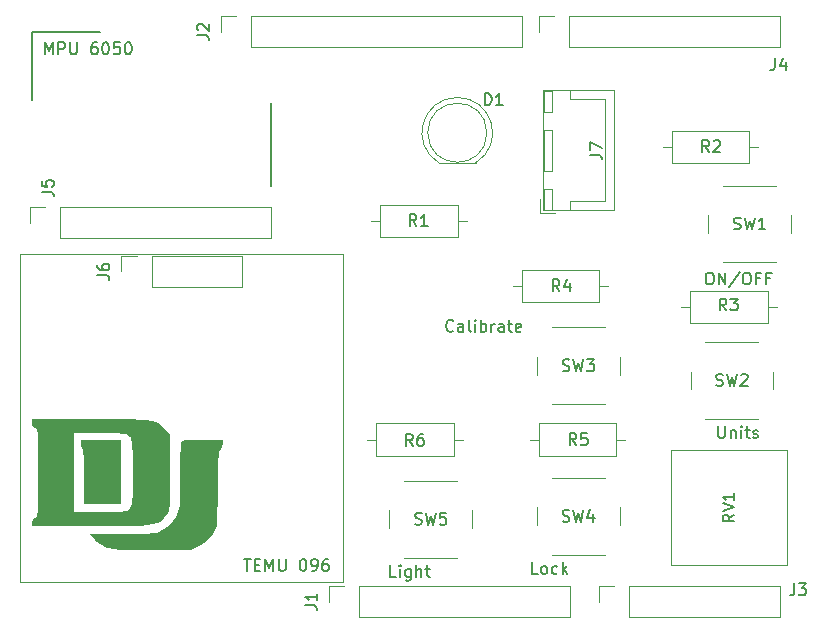
<source format=gbr>
%TF.GenerationSoftware,KiCad,Pcbnew,8.0.8*%
%TF.CreationDate,2025-02-03T18:15:26-07:00*%
%TF.ProjectId,Uno_Shield_ThermoPro,556e6f5f-5368-4696-956c-645f54686572,1.0*%
%TF.SameCoordinates,Original*%
%TF.FileFunction,Legend,Top*%
%TF.FilePolarity,Positive*%
%FSLAX46Y46*%
G04 Gerber Fmt 4.6, Leading zero omitted, Abs format (unit mm)*
G04 Created by KiCad (PCBNEW 8.0.8) date 2025-02-03 18:15:26*
%MOMM*%
%LPD*%
G01*
G04 APERTURE LIST*
%ADD10C,0.150000*%
%ADD11C,0.100000*%
%ADD12C,0.000000*%
%ADD13C,0.120000*%
G04 APERTURE END LIST*
D10*
X158777255Y-69619819D02*
X158967731Y-69619819D01*
X158967731Y-69619819D02*
X159062969Y-69667438D01*
X159062969Y-69667438D02*
X159158207Y-69762676D01*
X159158207Y-69762676D02*
X159205826Y-69953152D01*
X159205826Y-69953152D02*
X159205826Y-70286485D01*
X159205826Y-70286485D02*
X159158207Y-70476961D01*
X159158207Y-70476961D02*
X159062969Y-70572200D01*
X159062969Y-70572200D02*
X158967731Y-70619819D01*
X158967731Y-70619819D02*
X158777255Y-70619819D01*
X158777255Y-70619819D02*
X158682017Y-70572200D01*
X158682017Y-70572200D02*
X158586779Y-70476961D01*
X158586779Y-70476961D02*
X158539160Y-70286485D01*
X158539160Y-70286485D02*
X158539160Y-69953152D01*
X158539160Y-69953152D02*
X158586779Y-69762676D01*
X158586779Y-69762676D02*
X158682017Y-69667438D01*
X158682017Y-69667438D02*
X158777255Y-69619819D01*
X159634398Y-70619819D02*
X159634398Y-69619819D01*
X159634398Y-69619819D02*
X160205826Y-70619819D01*
X160205826Y-70619819D02*
X160205826Y-69619819D01*
X161396302Y-69572200D02*
X160539160Y-70857914D01*
X161920112Y-69619819D02*
X162110588Y-69619819D01*
X162110588Y-69619819D02*
X162205826Y-69667438D01*
X162205826Y-69667438D02*
X162301064Y-69762676D01*
X162301064Y-69762676D02*
X162348683Y-69953152D01*
X162348683Y-69953152D02*
X162348683Y-70286485D01*
X162348683Y-70286485D02*
X162301064Y-70476961D01*
X162301064Y-70476961D02*
X162205826Y-70572200D01*
X162205826Y-70572200D02*
X162110588Y-70619819D01*
X162110588Y-70619819D02*
X161920112Y-70619819D01*
X161920112Y-70619819D02*
X161824874Y-70572200D01*
X161824874Y-70572200D02*
X161729636Y-70476961D01*
X161729636Y-70476961D02*
X161682017Y-70286485D01*
X161682017Y-70286485D02*
X161682017Y-69953152D01*
X161682017Y-69953152D02*
X161729636Y-69762676D01*
X161729636Y-69762676D02*
X161824874Y-69667438D01*
X161824874Y-69667438D02*
X161920112Y-69619819D01*
X163110588Y-70096009D02*
X162777255Y-70096009D01*
X162777255Y-70619819D02*
X162777255Y-69619819D01*
X162777255Y-69619819D02*
X163253445Y-69619819D01*
X163967731Y-70096009D02*
X163634398Y-70096009D01*
X163634398Y-70619819D02*
X163634398Y-69619819D01*
X163634398Y-69619819D02*
X164110588Y-69619819D01*
X144312969Y-95119819D02*
X143836779Y-95119819D01*
X143836779Y-95119819D02*
X143836779Y-94119819D01*
X144789160Y-95119819D02*
X144693922Y-95072200D01*
X144693922Y-95072200D02*
X144646303Y-95024580D01*
X144646303Y-95024580D02*
X144598684Y-94929342D01*
X144598684Y-94929342D02*
X144598684Y-94643628D01*
X144598684Y-94643628D02*
X144646303Y-94548390D01*
X144646303Y-94548390D02*
X144693922Y-94500771D01*
X144693922Y-94500771D02*
X144789160Y-94453152D01*
X144789160Y-94453152D02*
X144932017Y-94453152D01*
X144932017Y-94453152D02*
X145027255Y-94500771D01*
X145027255Y-94500771D02*
X145074874Y-94548390D01*
X145074874Y-94548390D02*
X145122493Y-94643628D01*
X145122493Y-94643628D02*
X145122493Y-94929342D01*
X145122493Y-94929342D02*
X145074874Y-95024580D01*
X145074874Y-95024580D02*
X145027255Y-95072200D01*
X145027255Y-95072200D02*
X144932017Y-95119819D01*
X144932017Y-95119819D02*
X144789160Y-95119819D01*
X145979636Y-95072200D02*
X145884398Y-95119819D01*
X145884398Y-95119819D02*
X145693922Y-95119819D01*
X145693922Y-95119819D02*
X145598684Y-95072200D01*
X145598684Y-95072200D02*
X145551065Y-95024580D01*
X145551065Y-95024580D02*
X145503446Y-94929342D01*
X145503446Y-94929342D02*
X145503446Y-94643628D01*
X145503446Y-94643628D02*
X145551065Y-94548390D01*
X145551065Y-94548390D02*
X145598684Y-94500771D01*
X145598684Y-94500771D02*
X145693922Y-94453152D01*
X145693922Y-94453152D02*
X145884398Y-94453152D01*
X145884398Y-94453152D02*
X145979636Y-94500771D01*
X146408208Y-95119819D02*
X146408208Y-94119819D01*
X146503446Y-94738866D02*
X146789160Y-95119819D01*
X146789160Y-94453152D02*
X146408208Y-94834104D01*
X132312969Y-95369819D02*
X131836779Y-95369819D01*
X131836779Y-95369819D02*
X131836779Y-94369819D01*
X132646303Y-95369819D02*
X132646303Y-94703152D01*
X132646303Y-94369819D02*
X132598684Y-94417438D01*
X132598684Y-94417438D02*
X132646303Y-94465057D01*
X132646303Y-94465057D02*
X132693922Y-94417438D01*
X132693922Y-94417438D02*
X132646303Y-94369819D01*
X132646303Y-94369819D02*
X132646303Y-94465057D01*
X133551064Y-94703152D02*
X133551064Y-95512676D01*
X133551064Y-95512676D02*
X133503445Y-95607914D01*
X133503445Y-95607914D02*
X133455826Y-95655533D01*
X133455826Y-95655533D02*
X133360588Y-95703152D01*
X133360588Y-95703152D02*
X133217731Y-95703152D01*
X133217731Y-95703152D02*
X133122493Y-95655533D01*
X133551064Y-95322200D02*
X133455826Y-95369819D01*
X133455826Y-95369819D02*
X133265350Y-95369819D01*
X133265350Y-95369819D02*
X133170112Y-95322200D01*
X133170112Y-95322200D02*
X133122493Y-95274580D01*
X133122493Y-95274580D02*
X133074874Y-95179342D01*
X133074874Y-95179342D02*
X133074874Y-94893628D01*
X133074874Y-94893628D02*
X133122493Y-94798390D01*
X133122493Y-94798390D02*
X133170112Y-94750771D01*
X133170112Y-94750771D02*
X133265350Y-94703152D01*
X133265350Y-94703152D02*
X133455826Y-94703152D01*
X133455826Y-94703152D02*
X133551064Y-94750771D01*
X134027255Y-95369819D02*
X134027255Y-94369819D01*
X134455826Y-95369819D02*
X134455826Y-94846009D01*
X134455826Y-94846009D02*
X134408207Y-94750771D01*
X134408207Y-94750771D02*
X134312969Y-94703152D01*
X134312969Y-94703152D02*
X134170112Y-94703152D01*
X134170112Y-94703152D02*
X134074874Y-94750771D01*
X134074874Y-94750771D02*
X134027255Y-94798390D01*
X134789160Y-94703152D02*
X135170112Y-94703152D01*
X134932017Y-94369819D02*
X134932017Y-95226961D01*
X134932017Y-95226961D02*
X134979636Y-95322200D01*
X134979636Y-95322200D02*
X135074874Y-95369819D01*
X135074874Y-95369819D02*
X135170112Y-95369819D01*
X159586779Y-82619819D02*
X159586779Y-83429342D01*
X159586779Y-83429342D02*
X159634398Y-83524580D01*
X159634398Y-83524580D02*
X159682017Y-83572200D01*
X159682017Y-83572200D02*
X159777255Y-83619819D01*
X159777255Y-83619819D02*
X159967731Y-83619819D01*
X159967731Y-83619819D02*
X160062969Y-83572200D01*
X160062969Y-83572200D02*
X160110588Y-83524580D01*
X160110588Y-83524580D02*
X160158207Y-83429342D01*
X160158207Y-83429342D02*
X160158207Y-82619819D01*
X160634398Y-82953152D02*
X160634398Y-83619819D01*
X160634398Y-83048390D02*
X160682017Y-83000771D01*
X160682017Y-83000771D02*
X160777255Y-82953152D01*
X160777255Y-82953152D02*
X160920112Y-82953152D01*
X160920112Y-82953152D02*
X161015350Y-83000771D01*
X161015350Y-83000771D02*
X161062969Y-83096009D01*
X161062969Y-83096009D02*
X161062969Y-83619819D01*
X161539160Y-83619819D02*
X161539160Y-82953152D01*
X161539160Y-82619819D02*
X161491541Y-82667438D01*
X161491541Y-82667438D02*
X161539160Y-82715057D01*
X161539160Y-82715057D02*
X161586779Y-82667438D01*
X161586779Y-82667438D02*
X161539160Y-82619819D01*
X161539160Y-82619819D02*
X161539160Y-82715057D01*
X161872493Y-82953152D02*
X162253445Y-82953152D01*
X162015350Y-82619819D02*
X162015350Y-83476961D01*
X162015350Y-83476961D02*
X162062969Y-83572200D01*
X162062969Y-83572200D02*
X162158207Y-83619819D01*
X162158207Y-83619819D02*
X162253445Y-83619819D01*
X162539160Y-83572200D02*
X162634398Y-83619819D01*
X162634398Y-83619819D02*
X162824874Y-83619819D01*
X162824874Y-83619819D02*
X162920112Y-83572200D01*
X162920112Y-83572200D02*
X162967731Y-83476961D01*
X162967731Y-83476961D02*
X162967731Y-83429342D01*
X162967731Y-83429342D02*
X162920112Y-83334104D01*
X162920112Y-83334104D02*
X162824874Y-83286485D01*
X162824874Y-83286485D02*
X162682017Y-83286485D01*
X162682017Y-83286485D02*
X162586779Y-83238866D01*
X162586779Y-83238866D02*
X162539160Y-83143628D01*
X162539160Y-83143628D02*
X162539160Y-83096009D01*
X162539160Y-83096009D02*
X162586779Y-83000771D01*
X162586779Y-83000771D02*
X162682017Y-82953152D01*
X162682017Y-82953152D02*
X162824874Y-82953152D01*
X162824874Y-82953152D02*
X162920112Y-83000771D01*
X137158207Y-74524580D02*
X137110588Y-74572200D01*
X137110588Y-74572200D02*
X136967731Y-74619819D01*
X136967731Y-74619819D02*
X136872493Y-74619819D01*
X136872493Y-74619819D02*
X136729636Y-74572200D01*
X136729636Y-74572200D02*
X136634398Y-74476961D01*
X136634398Y-74476961D02*
X136586779Y-74381723D01*
X136586779Y-74381723D02*
X136539160Y-74191247D01*
X136539160Y-74191247D02*
X136539160Y-74048390D01*
X136539160Y-74048390D02*
X136586779Y-73857914D01*
X136586779Y-73857914D02*
X136634398Y-73762676D01*
X136634398Y-73762676D02*
X136729636Y-73667438D01*
X136729636Y-73667438D02*
X136872493Y-73619819D01*
X136872493Y-73619819D02*
X136967731Y-73619819D01*
X136967731Y-73619819D02*
X137110588Y-73667438D01*
X137110588Y-73667438D02*
X137158207Y-73715057D01*
X138015350Y-74619819D02*
X138015350Y-74096009D01*
X138015350Y-74096009D02*
X137967731Y-74000771D01*
X137967731Y-74000771D02*
X137872493Y-73953152D01*
X137872493Y-73953152D02*
X137682017Y-73953152D01*
X137682017Y-73953152D02*
X137586779Y-74000771D01*
X138015350Y-74572200D02*
X137920112Y-74619819D01*
X137920112Y-74619819D02*
X137682017Y-74619819D01*
X137682017Y-74619819D02*
X137586779Y-74572200D01*
X137586779Y-74572200D02*
X137539160Y-74476961D01*
X137539160Y-74476961D02*
X137539160Y-74381723D01*
X137539160Y-74381723D02*
X137586779Y-74286485D01*
X137586779Y-74286485D02*
X137682017Y-74238866D01*
X137682017Y-74238866D02*
X137920112Y-74238866D01*
X137920112Y-74238866D02*
X138015350Y-74191247D01*
X138634398Y-74619819D02*
X138539160Y-74572200D01*
X138539160Y-74572200D02*
X138491541Y-74476961D01*
X138491541Y-74476961D02*
X138491541Y-73619819D01*
X139015351Y-74619819D02*
X139015351Y-73953152D01*
X139015351Y-73619819D02*
X138967732Y-73667438D01*
X138967732Y-73667438D02*
X139015351Y-73715057D01*
X139015351Y-73715057D02*
X139062970Y-73667438D01*
X139062970Y-73667438D02*
X139015351Y-73619819D01*
X139015351Y-73619819D02*
X139015351Y-73715057D01*
X139491541Y-74619819D02*
X139491541Y-73619819D01*
X139491541Y-74000771D02*
X139586779Y-73953152D01*
X139586779Y-73953152D02*
X139777255Y-73953152D01*
X139777255Y-73953152D02*
X139872493Y-74000771D01*
X139872493Y-74000771D02*
X139920112Y-74048390D01*
X139920112Y-74048390D02*
X139967731Y-74143628D01*
X139967731Y-74143628D02*
X139967731Y-74429342D01*
X139967731Y-74429342D02*
X139920112Y-74524580D01*
X139920112Y-74524580D02*
X139872493Y-74572200D01*
X139872493Y-74572200D02*
X139777255Y-74619819D01*
X139777255Y-74619819D02*
X139586779Y-74619819D01*
X139586779Y-74619819D02*
X139491541Y-74572200D01*
X140396303Y-74619819D02*
X140396303Y-73953152D01*
X140396303Y-74143628D02*
X140443922Y-74048390D01*
X140443922Y-74048390D02*
X140491541Y-74000771D01*
X140491541Y-74000771D02*
X140586779Y-73953152D01*
X140586779Y-73953152D02*
X140682017Y-73953152D01*
X141443922Y-74619819D02*
X141443922Y-74096009D01*
X141443922Y-74096009D02*
X141396303Y-74000771D01*
X141396303Y-74000771D02*
X141301065Y-73953152D01*
X141301065Y-73953152D02*
X141110589Y-73953152D01*
X141110589Y-73953152D02*
X141015351Y-74000771D01*
X141443922Y-74572200D02*
X141348684Y-74619819D01*
X141348684Y-74619819D02*
X141110589Y-74619819D01*
X141110589Y-74619819D02*
X141015351Y-74572200D01*
X141015351Y-74572200D02*
X140967732Y-74476961D01*
X140967732Y-74476961D02*
X140967732Y-74381723D01*
X140967732Y-74381723D02*
X141015351Y-74286485D01*
X141015351Y-74286485D02*
X141110589Y-74238866D01*
X141110589Y-74238866D02*
X141348684Y-74238866D01*
X141348684Y-74238866D02*
X141443922Y-74191247D01*
X141777256Y-73953152D02*
X142158208Y-73953152D01*
X141920113Y-73619819D02*
X141920113Y-74476961D01*
X141920113Y-74476961D02*
X141967732Y-74572200D01*
X141967732Y-74572200D02*
X142062970Y-74619819D01*
X142062970Y-74619819D02*
X142158208Y-74619819D01*
X142872494Y-74572200D02*
X142777256Y-74619819D01*
X142777256Y-74619819D02*
X142586780Y-74619819D01*
X142586780Y-74619819D02*
X142491542Y-74572200D01*
X142491542Y-74572200D02*
X142443923Y-74476961D01*
X142443923Y-74476961D02*
X142443923Y-74096009D01*
X142443923Y-74096009D02*
X142491542Y-74000771D01*
X142491542Y-74000771D02*
X142586780Y-73953152D01*
X142586780Y-73953152D02*
X142777256Y-73953152D01*
X142777256Y-73953152D02*
X142872494Y-74000771D01*
X142872494Y-74000771D02*
X142920113Y-74096009D01*
X142920113Y-74096009D02*
X142920113Y-74191247D01*
X142920113Y-74191247D02*
X142443923Y-74286485D01*
X119443922Y-93869819D02*
X120015350Y-93869819D01*
X119729636Y-94869819D02*
X119729636Y-93869819D01*
X120348684Y-94346009D02*
X120682017Y-94346009D01*
X120824874Y-94869819D02*
X120348684Y-94869819D01*
X120348684Y-94869819D02*
X120348684Y-93869819D01*
X120348684Y-93869819D02*
X120824874Y-93869819D01*
X121253446Y-94869819D02*
X121253446Y-93869819D01*
X121253446Y-93869819D02*
X121586779Y-94584104D01*
X121586779Y-94584104D02*
X121920112Y-93869819D01*
X121920112Y-93869819D02*
X121920112Y-94869819D01*
X122396303Y-93869819D02*
X122396303Y-94679342D01*
X122396303Y-94679342D02*
X122443922Y-94774580D01*
X122443922Y-94774580D02*
X122491541Y-94822200D01*
X122491541Y-94822200D02*
X122586779Y-94869819D01*
X122586779Y-94869819D02*
X122777255Y-94869819D01*
X122777255Y-94869819D02*
X122872493Y-94822200D01*
X122872493Y-94822200D02*
X122920112Y-94774580D01*
X122920112Y-94774580D02*
X122967731Y-94679342D01*
X122967731Y-94679342D02*
X122967731Y-93869819D01*
X124396303Y-93869819D02*
X124491541Y-93869819D01*
X124491541Y-93869819D02*
X124586779Y-93917438D01*
X124586779Y-93917438D02*
X124634398Y-93965057D01*
X124634398Y-93965057D02*
X124682017Y-94060295D01*
X124682017Y-94060295D02*
X124729636Y-94250771D01*
X124729636Y-94250771D02*
X124729636Y-94488866D01*
X124729636Y-94488866D02*
X124682017Y-94679342D01*
X124682017Y-94679342D02*
X124634398Y-94774580D01*
X124634398Y-94774580D02*
X124586779Y-94822200D01*
X124586779Y-94822200D02*
X124491541Y-94869819D01*
X124491541Y-94869819D02*
X124396303Y-94869819D01*
X124396303Y-94869819D02*
X124301065Y-94822200D01*
X124301065Y-94822200D02*
X124253446Y-94774580D01*
X124253446Y-94774580D02*
X124205827Y-94679342D01*
X124205827Y-94679342D02*
X124158208Y-94488866D01*
X124158208Y-94488866D02*
X124158208Y-94250771D01*
X124158208Y-94250771D02*
X124205827Y-94060295D01*
X124205827Y-94060295D02*
X124253446Y-93965057D01*
X124253446Y-93965057D02*
X124301065Y-93917438D01*
X124301065Y-93917438D02*
X124396303Y-93869819D01*
X125205827Y-94869819D02*
X125396303Y-94869819D01*
X125396303Y-94869819D02*
X125491541Y-94822200D01*
X125491541Y-94822200D02*
X125539160Y-94774580D01*
X125539160Y-94774580D02*
X125634398Y-94631723D01*
X125634398Y-94631723D02*
X125682017Y-94441247D01*
X125682017Y-94441247D02*
X125682017Y-94060295D01*
X125682017Y-94060295D02*
X125634398Y-93965057D01*
X125634398Y-93965057D02*
X125586779Y-93917438D01*
X125586779Y-93917438D02*
X125491541Y-93869819D01*
X125491541Y-93869819D02*
X125301065Y-93869819D01*
X125301065Y-93869819D02*
X125205827Y-93917438D01*
X125205827Y-93917438D02*
X125158208Y-93965057D01*
X125158208Y-93965057D02*
X125110589Y-94060295D01*
X125110589Y-94060295D02*
X125110589Y-94298390D01*
X125110589Y-94298390D02*
X125158208Y-94393628D01*
X125158208Y-94393628D02*
X125205827Y-94441247D01*
X125205827Y-94441247D02*
X125301065Y-94488866D01*
X125301065Y-94488866D02*
X125491541Y-94488866D01*
X125491541Y-94488866D02*
X125586779Y-94441247D01*
X125586779Y-94441247D02*
X125634398Y-94393628D01*
X125634398Y-94393628D02*
X125682017Y-94298390D01*
X126539160Y-93869819D02*
X126348684Y-93869819D01*
X126348684Y-93869819D02*
X126253446Y-93917438D01*
X126253446Y-93917438D02*
X126205827Y-93965057D01*
X126205827Y-93965057D02*
X126110589Y-94107914D01*
X126110589Y-94107914D02*
X126062970Y-94298390D01*
X126062970Y-94298390D02*
X126062970Y-94679342D01*
X126062970Y-94679342D02*
X126110589Y-94774580D01*
X126110589Y-94774580D02*
X126158208Y-94822200D01*
X126158208Y-94822200D02*
X126253446Y-94869819D01*
X126253446Y-94869819D02*
X126443922Y-94869819D01*
X126443922Y-94869819D02*
X126539160Y-94822200D01*
X126539160Y-94822200D02*
X126586779Y-94774580D01*
X126586779Y-94774580D02*
X126634398Y-94679342D01*
X126634398Y-94679342D02*
X126634398Y-94441247D01*
X126634398Y-94441247D02*
X126586779Y-94346009D01*
X126586779Y-94346009D02*
X126539160Y-94298390D01*
X126539160Y-94298390D02*
X126443922Y-94250771D01*
X126443922Y-94250771D02*
X126253446Y-94250771D01*
X126253446Y-94250771D02*
X126158208Y-94298390D01*
X126158208Y-94298390D02*
X126110589Y-94346009D01*
X126110589Y-94346009D02*
X126062970Y-94441247D01*
X102586779Y-51119819D02*
X102586779Y-50119819D01*
X102586779Y-50119819D02*
X102920112Y-50834104D01*
X102920112Y-50834104D02*
X103253445Y-50119819D01*
X103253445Y-50119819D02*
X103253445Y-51119819D01*
X103729636Y-51119819D02*
X103729636Y-50119819D01*
X103729636Y-50119819D02*
X104110588Y-50119819D01*
X104110588Y-50119819D02*
X104205826Y-50167438D01*
X104205826Y-50167438D02*
X104253445Y-50215057D01*
X104253445Y-50215057D02*
X104301064Y-50310295D01*
X104301064Y-50310295D02*
X104301064Y-50453152D01*
X104301064Y-50453152D02*
X104253445Y-50548390D01*
X104253445Y-50548390D02*
X104205826Y-50596009D01*
X104205826Y-50596009D02*
X104110588Y-50643628D01*
X104110588Y-50643628D02*
X103729636Y-50643628D01*
X104729636Y-50119819D02*
X104729636Y-50929342D01*
X104729636Y-50929342D02*
X104777255Y-51024580D01*
X104777255Y-51024580D02*
X104824874Y-51072200D01*
X104824874Y-51072200D02*
X104920112Y-51119819D01*
X104920112Y-51119819D02*
X105110588Y-51119819D01*
X105110588Y-51119819D02*
X105205826Y-51072200D01*
X105205826Y-51072200D02*
X105253445Y-51024580D01*
X105253445Y-51024580D02*
X105301064Y-50929342D01*
X105301064Y-50929342D02*
X105301064Y-50119819D01*
X106967731Y-50119819D02*
X106777255Y-50119819D01*
X106777255Y-50119819D02*
X106682017Y-50167438D01*
X106682017Y-50167438D02*
X106634398Y-50215057D01*
X106634398Y-50215057D02*
X106539160Y-50357914D01*
X106539160Y-50357914D02*
X106491541Y-50548390D01*
X106491541Y-50548390D02*
X106491541Y-50929342D01*
X106491541Y-50929342D02*
X106539160Y-51024580D01*
X106539160Y-51024580D02*
X106586779Y-51072200D01*
X106586779Y-51072200D02*
X106682017Y-51119819D01*
X106682017Y-51119819D02*
X106872493Y-51119819D01*
X106872493Y-51119819D02*
X106967731Y-51072200D01*
X106967731Y-51072200D02*
X107015350Y-51024580D01*
X107015350Y-51024580D02*
X107062969Y-50929342D01*
X107062969Y-50929342D02*
X107062969Y-50691247D01*
X107062969Y-50691247D02*
X107015350Y-50596009D01*
X107015350Y-50596009D02*
X106967731Y-50548390D01*
X106967731Y-50548390D02*
X106872493Y-50500771D01*
X106872493Y-50500771D02*
X106682017Y-50500771D01*
X106682017Y-50500771D02*
X106586779Y-50548390D01*
X106586779Y-50548390D02*
X106539160Y-50596009D01*
X106539160Y-50596009D02*
X106491541Y-50691247D01*
X107682017Y-50119819D02*
X107777255Y-50119819D01*
X107777255Y-50119819D02*
X107872493Y-50167438D01*
X107872493Y-50167438D02*
X107920112Y-50215057D01*
X107920112Y-50215057D02*
X107967731Y-50310295D01*
X107967731Y-50310295D02*
X108015350Y-50500771D01*
X108015350Y-50500771D02*
X108015350Y-50738866D01*
X108015350Y-50738866D02*
X107967731Y-50929342D01*
X107967731Y-50929342D02*
X107920112Y-51024580D01*
X107920112Y-51024580D02*
X107872493Y-51072200D01*
X107872493Y-51072200D02*
X107777255Y-51119819D01*
X107777255Y-51119819D02*
X107682017Y-51119819D01*
X107682017Y-51119819D02*
X107586779Y-51072200D01*
X107586779Y-51072200D02*
X107539160Y-51024580D01*
X107539160Y-51024580D02*
X107491541Y-50929342D01*
X107491541Y-50929342D02*
X107443922Y-50738866D01*
X107443922Y-50738866D02*
X107443922Y-50500771D01*
X107443922Y-50500771D02*
X107491541Y-50310295D01*
X107491541Y-50310295D02*
X107539160Y-50215057D01*
X107539160Y-50215057D02*
X107586779Y-50167438D01*
X107586779Y-50167438D02*
X107682017Y-50119819D01*
X108920112Y-50119819D02*
X108443922Y-50119819D01*
X108443922Y-50119819D02*
X108396303Y-50596009D01*
X108396303Y-50596009D02*
X108443922Y-50548390D01*
X108443922Y-50548390D02*
X108539160Y-50500771D01*
X108539160Y-50500771D02*
X108777255Y-50500771D01*
X108777255Y-50500771D02*
X108872493Y-50548390D01*
X108872493Y-50548390D02*
X108920112Y-50596009D01*
X108920112Y-50596009D02*
X108967731Y-50691247D01*
X108967731Y-50691247D02*
X108967731Y-50929342D01*
X108967731Y-50929342D02*
X108920112Y-51024580D01*
X108920112Y-51024580D02*
X108872493Y-51072200D01*
X108872493Y-51072200D02*
X108777255Y-51119819D01*
X108777255Y-51119819D02*
X108539160Y-51119819D01*
X108539160Y-51119819D02*
X108443922Y-51072200D01*
X108443922Y-51072200D02*
X108396303Y-51024580D01*
X109586779Y-50119819D02*
X109682017Y-50119819D01*
X109682017Y-50119819D02*
X109777255Y-50167438D01*
X109777255Y-50167438D02*
X109824874Y-50215057D01*
X109824874Y-50215057D02*
X109872493Y-50310295D01*
X109872493Y-50310295D02*
X109920112Y-50500771D01*
X109920112Y-50500771D02*
X109920112Y-50738866D01*
X109920112Y-50738866D02*
X109872493Y-50929342D01*
X109872493Y-50929342D02*
X109824874Y-51024580D01*
X109824874Y-51024580D02*
X109777255Y-51072200D01*
X109777255Y-51072200D02*
X109682017Y-51119819D01*
X109682017Y-51119819D02*
X109586779Y-51119819D01*
X109586779Y-51119819D02*
X109491541Y-51072200D01*
X109491541Y-51072200D02*
X109443922Y-51024580D01*
X109443922Y-51024580D02*
X109396303Y-50929342D01*
X109396303Y-50929342D02*
X109348684Y-50738866D01*
X109348684Y-50738866D02*
X109348684Y-50500771D01*
X109348684Y-50500771D02*
X109396303Y-50310295D01*
X109396303Y-50310295D02*
X109443922Y-50215057D01*
X109443922Y-50215057D02*
X109491541Y-50167438D01*
X109491541Y-50167438D02*
X109586779Y-50119819D01*
X121750000Y-62250000D02*
X121750000Y-55250000D01*
X101500000Y-49250000D02*
X101500000Y-55000000D01*
X107250000Y-49250000D02*
X101500000Y-49250000D01*
X101500000Y-49250000D02*
X107250000Y-49250000D01*
D11*
X100500000Y-95800000D02*
X127800000Y-95800000D01*
X127800000Y-68000000D01*
X100500000Y-68000000D01*
X100500000Y-95800000D01*
D10*
X124624819Y-97793333D02*
X125339104Y-97793333D01*
X125339104Y-97793333D02*
X125481961Y-97840952D01*
X125481961Y-97840952D02*
X125577200Y-97936190D01*
X125577200Y-97936190D02*
X125624819Y-98079047D01*
X125624819Y-98079047D02*
X125624819Y-98174285D01*
X125624819Y-96793333D02*
X125624819Y-97364761D01*
X125624819Y-97079047D02*
X124624819Y-97079047D01*
X124624819Y-97079047D02*
X124767676Y-97174285D01*
X124767676Y-97174285D02*
X124862914Y-97269523D01*
X124862914Y-97269523D02*
X124910533Y-97364761D01*
X166026666Y-95934819D02*
X166026666Y-96649104D01*
X166026666Y-96649104D02*
X165979047Y-96791961D01*
X165979047Y-96791961D02*
X165883809Y-96887200D01*
X165883809Y-96887200D02*
X165740952Y-96934819D01*
X165740952Y-96934819D02*
X165645714Y-96934819D01*
X166407619Y-95934819D02*
X167026666Y-95934819D01*
X167026666Y-95934819D02*
X166693333Y-96315771D01*
X166693333Y-96315771D02*
X166836190Y-96315771D01*
X166836190Y-96315771D02*
X166931428Y-96363390D01*
X166931428Y-96363390D02*
X166979047Y-96411009D01*
X166979047Y-96411009D02*
X167026666Y-96506247D01*
X167026666Y-96506247D02*
X167026666Y-96744342D01*
X167026666Y-96744342D02*
X166979047Y-96839580D01*
X166979047Y-96839580D02*
X166931428Y-96887200D01*
X166931428Y-96887200D02*
X166836190Y-96934819D01*
X166836190Y-96934819D02*
X166550476Y-96934819D01*
X166550476Y-96934819D02*
X166455238Y-96887200D01*
X166455238Y-96887200D02*
X166407619Y-96839580D01*
X115480819Y-49533333D02*
X116195104Y-49533333D01*
X116195104Y-49533333D02*
X116337961Y-49580952D01*
X116337961Y-49580952D02*
X116433200Y-49676190D01*
X116433200Y-49676190D02*
X116480819Y-49819047D01*
X116480819Y-49819047D02*
X116480819Y-49914285D01*
X115576057Y-49104761D02*
X115528438Y-49057142D01*
X115528438Y-49057142D02*
X115480819Y-48961904D01*
X115480819Y-48961904D02*
X115480819Y-48723809D01*
X115480819Y-48723809D02*
X115528438Y-48628571D01*
X115528438Y-48628571D02*
X115576057Y-48580952D01*
X115576057Y-48580952D02*
X115671295Y-48533333D01*
X115671295Y-48533333D02*
X115766533Y-48533333D01*
X115766533Y-48533333D02*
X115909390Y-48580952D01*
X115909390Y-48580952D02*
X116480819Y-49152380D01*
X116480819Y-49152380D02*
X116480819Y-48533333D01*
X164386666Y-51484819D02*
X164386666Y-52199104D01*
X164386666Y-52199104D02*
X164339047Y-52341961D01*
X164339047Y-52341961D02*
X164243809Y-52437200D01*
X164243809Y-52437200D02*
X164100952Y-52484819D01*
X164100952Y-52484819D02*
X164005714Y-52484819D01*
X165291428Y-51818152D02*
X165291428Y-52484819D01*
X165053333Y-51437200D02*
X164815238Y-52151485D01*
X164815238Y-52151485D02*
X165434285Y-52151485D01*
X146416667Y-90657200D02*
X146559524Y-90704819D01*
X146559524Y-90704819D02*
X146797619Y-90704819D01*
X146797619Y-90704819D02*
X146892857Y-90657200D01*
X146892857Y-90657200D02*
X146940476Y-90609580D01*
X146940476Y-90609580D02*
X146988095Y-90514342D01*
X146988095Y-90514342D02*
X146988095Y-90419104D01*
X146988095Y-90419104D02*
X146940476Y-90323866D01*
X146940476Y-90323866D02*
X146892857Y-90276247D01*
X146892857Y-90276247D02*
X146797619Y-90228628D01*
X146797619Y-90228628D02*
X146607143Y-90181009D01*
X146607143Y-90181009D02*
X146511905Y-90133390D01*
X146511905Y-90133390D02*
X146464286Y-90085771D01*
X146464286Y-90085771D02*
X146416667Y-89990533D01*
X146416667Y-89990533D02*
X146416667Y-89895295D01*
X146416667Y-89895295D02*
X146464286Y-89800057D01*
X146464286Y-89800057D02*
X146511905Y-89752438D01*
X146511905Y-89752438D02*
X146607143Y-89704819D01*
X146607143Y-89704819D02*
X146845238Y-89704819D01*
X146845238Y-89704819D02*
X146988095Y-89752438D01*
X147321429Y-89704819D02*
X147559524Y-90704819D01*
X147559524Y-90704819D02*
X147750000Y-89990533D01*
X147750000Y-89990533D02*
X147940476Y-90704819D01*
X147940476Y-90704819D02*
X148178572Y-89704819D01*
X148988095Y-90038152D02*
X148988095Y-90704819D01*
X148750000Y-89657200D02*
X148511905Y-90371485D01*
X148511905Y-90371485D02*
X149130952Y-90371485D01*
X139831905Y-55444819D02*
X139831905Y-54444819D01*
X139831905Y-54444819D02*
X140070000Y-54444819D01*
X140070000Y-54444819D02*
X140212857Y-54492438D01*
X140212857Y-54492438D02*
X140308095Y-54587676D01*
X140308095Y-54587676D02*
X140355714Y-54682914D01*
X140355714Y-54682914D02*
X140403333Y-54873390D01*
X140403333Y-54873390D02*
X140403333Y-55016247D01*
X140403333Y-55016247D02*
X140355714Y-55206723D01*
X140355714Y-55206723D02*
X140308095Y-55301961D01*
X140308095Y-55301961D02*
X140212857Y-55397200D01*
X140212857Y-55397200D02*
X140070000Y-55444819D01*
X140070000Y-55444819D02*
X139831905Y-55444819D01*
X141355714Y-55444819D02*
X140784286Y-55444819D01*
X141070000Y-55444819D02*
X141070000Y-54444819D01*
X141070000Y-54444819D02*
X140974762Y-54587676D01*
X140974762Y-54587676D02*
X140879524Y-54682914D01*
X140879524Y-54682914D02*
X140784286Y-54730533D01*
X133916667Y-90907200D02*
X134059524Y-90954819D01*
X134059524Y-90954819D02*
X134297619Y-90954819D01*
X134297619Y-90954819D02*
X134392857Y-90907200D01*
X134392857Y-90907200D02*
X134440476Y-90859580D01*
X134440476Y-90859580D02*
X134488095Y-90764342D01*
X134488095Y-90764342D02*
X134488095Y-90669104D01*
X134488095Y-90669104D02*
X134440476Y-90573866D01*
X134440476Y-90573866D02*
X134392857Y-90526247D01*
X134392857Y-90526247D02*
X134297619Y-90478628D01*
X134297619Y-90478628D02*
X134107143Y-90431009D01*
X134107143Y-90431009D02*
X134011905Y-90383390D01*
X134011905Y-90383390D02*
X133964286Y-90335771D01*
X133964286Y-90335771D02*
X133916667Y-90240533D01*
X133916667Y-90240533D02*
X133916667Y-90145295D01*
X133916667Y-90145295D02*
X133964286Y-90050057D01*
X133964286Y-90050057D02*
X134011905Y-90002438D01*
X134011905Y-90002438D02*
X134107143Y-89954819D01*
X134107143Y-89954819D02*
X134345238Y-89954819D01*
X134345238Y-89954819D02*
X134488095Y-90002438D01*
X134821429Y-89954819D02*
X135059524Y-90954819D01*
X135059524Y-90954819D02*
X135250000Y-90240533D01*
X135250000Y-90240533D02*
X135440476Y-90954819D01*
X135440476Y-90954819D02*
X135678572Y-89954819D01*
X136535714Y-89954819D02*
X136059524Y-89954819D01*
X136059524Y-89954819D02*
X136011905Y-90431009D01*
X136011905Y-90431009D02*
X136059524Y-90383390D01*
X136059524Y-90383390D02*
X136154762Y-90335771D01*
X136154762Y-90335771D02*
X136392857Y-90335771D01*
X136392857Y-90335771D02*
X136488095Y-90383390D01*
X136488095Y-90383390D02*
X136535714Y-90431009D01*
X136535714Y-90431009D02*
X136583333Y-90526247D01*
X136583333Y-90526247D02*
X136583333Y-90764342D01*
X136583333Y-90764342D02*
X136535714Y-90859580D01*
X136535714Y-90859580D02*
X136488095Y-90907200D01*
X136488095Y-90907200D02*
X136392857Y-90954819D01*
X136392857Y-90954819D02*
X136154762Y-90954819D01*
X136154762Y-90954819D02*
X136059524Y-90907200D01*
X136059524Y-90907200D02*
X136011905Y-90859580D01*
X159416667Y-79157200D02*
X159559524Y-79204819D01*
X159559524Y-79204819D02*
X159797619Y-79204819D01*
X159797619Y-79204819D02*
X159892857Y-79157200D01*
X159892857Y-79157200D02*
X159940476Y-79109580D01*
X159940476Y-79109580D02*
X159988095Y-79014342D01*
X159988095Y-79014342D02*
X159988095Y-78919104D01*
X159988095Y-78919104D02*
X159940476Y-78823866D01*
X159940476Y-78823866D02*
X159892857Y-78776247D01*
X159892857Y-78776247D02*
X159797619Y-78728628D01*
X159797619Y-78728628D02*
X159607143Y-78681009D01*
X159607143Y-78681009D02*
X159511905Y-78633390D01*
X159511905Y-78633390D02*
X159464286Y-78585771D01*
X159464286Y-78585771D02*
X159416667Y-78490533D01*
X159416667Y-78490533D02*
X159416667Y-78395295D01*
X159416667Y-78395295D02*
X159464286Y-78300057D01*
X159464286Y-78300057D02*
X159511905Y-78252438D01*
X159511905Y-78252438D02*
X159607143Y-78204819D01*
X159607143Y-78204819D02*
X159845238Y-78204819D01*
X159845238Y-78204819D02*
X159988095Y-78252438D01*
X160321429Y-78204819D02*
X160559524Y-79204819D01*
X160559524Y-79204819D02*
X160750000Y-78490533D01*
X160750000Y-78490533D02*
X160940476Y-79204819D01*
X160940476Y-79204819D02*
X161178572Y-78204819D01*
X161511905Y-78300057D02*
X161559524Y-78252438D01*
X161559524Y-78252438D02*
X161654762Y-78204819D01*
X161654762Y-78204819D02*
X161892857Y-78204819D01*
X161892857Y-78204819D02*
X161988095Y-78252438D01*
X161988095Y-78252438D02*
X162035714Y-78300057D01*
X162035714Y-78300057D02*
X162083333Y-78395295D01*
X162083333Y-78395295D02*
X162083333Y-78490533D01*
X162083333Y-78490533D02*
X162035714Y-78633390D01*
X162035714Y-78633390D02*
X161464286Y-79204819D01*
X161464286Y-79204819D02*
X162083333Y-79204819D01*
X146153333Y-71194819D02*
X145820000Y-70718628D01*
X145581905Y-71194819D02*
X145581905Y-70194819D01*
X145581905Y-70194819D02*
X145962857Y-70194819D01*
X145962857Y-70194819D02*
X146058095Y-70242438D01*
X146058095Y-70242438D02*
X146105714Y-70290057D01*
X146105714Y-70290057D02*
X146153333Y-70385295D01*
X146153333Y-70385295D02*
X146153333Y-70528152D01*
X146153333Y-70528152D02*
X146105714Y-70623390D01*
X146105714Y-70623390D02*
X146058095Y-70671009D01*
X146058095Y-70671009D02*
X145962857Y-70718628D01*
X145962857Y-70718628D02*
X145581905Y-70718628D01*
X147010476Y-70528152D02*
X147010476Y-71194819D01*
X146772381Y-70147200D02*
X146534286Y-70861485D01*
X146534286Y-70861485D02*
X147153333Y-70861485D01*
X134043333Y-65674819D02*
X133710000Y-65198628D01*
X133471905Y-65674819D02*
X133471905Y-64674819D01*
X133471905Y-64674819D02*
X133852857Y-64674819D01*
X133852857Y-64674819D02*
X133948095Y-64722438D01*
X133948095Y-64722438D02*
X133995714Y-64770057D01*
X133995714Y-64770057D02*
X134043333Y-64865295D01*
X134043333Y-64865295D02*
X134043333Y-65008152D01*
X134043333Y-65008152D02*
X133995714Y-65103390D01*
X133995714Y-65103390D02*
X133948095Y-65151009D01*
X133948095Y-65151009D02*
X133852857Y-65198628D01*
X133852857Y-65198628D02*
X133471905Y-65198628D01*
X134995714Y-65674819D02*
X134424286Y-65674819D01*
X134710000Y-65674819D02*
X134710000Y-64674819D01*
X134710000Y-64674819D02*
X134614762Y-64817676D01*
X134614762Y-64817676D02*
X134519524Y-64912914D01*
X134519524Y-64912914D02*
X134424286Y-64960533D01*
X146416667Y-77907200D02*
X146559524Y-77954819D01*
X146559524Y-77954819D02*
X146797619Y-77954819D01*
X146797619Y-77954819D02*
X146892857Y-77907200D01*
X146892857Y-77907200D02*
X146940476Y-77859580D01*
X146940476Y-77859580D02*
X146988095Y-77764342D01*
X146988095Y-77764342D02*
X146988095Y-77669104D01*
X146988095Y-77669104D02*
X146940476Y-77573866D01*
X146940476Y-77573866D02*
X146892857Y-77526247D01*
X146892857Y-77526247D02*
X146797619Y-77478628D01*
X146797619Y-77478628D02*
X146607143Y-77431009D01*
X146607143Y-77431009D02*
X146511905Y-77383390D01*
X146511905Y-77383390D02*
X146464286Y-77335771D01*
X146464286Y-77335771D02*
X146416667Y-77240533D01*
X146416667Y-77240533D02*
X146416667Y-77145295D01*
X146416667Y-77145295D02*
X146464286Y-77050057D01*
X146464286Y-77050057D02*
X146511905Y-77002438D01*
X146511905Y-77002438D02*
X146607143Y-76954819D01*
X146607143Y-76954819D02*
X146845238Y-76954819D01*
X146845238Y-76954819D02*
X146988095Y-77002438D01*
X147321429Y-76954819D02*
X147559524Y-77954819D01*
X147559524Y-77954819D02*
X147750000Y-77240533D01*
X147750000Y-77240533D02*
X147940476Y-77954819D01*
X147940476Y-77954819D02*
X148178572Y-76954819D01*
X148464286Y-76954819D02*
X149083333Y-76954819D01*
X149083333Y-76954819D02*
X148750000Y-77335771D01*
X148750000Y-77335771D02*
X148892857Y-77335771D01*
X148892857Y-77335771D02*
X148988095Y-77383390D01*
X148988095Y-77383390D02*
X149035714Y-77431009D01*
X149035714Y-77431009D02*
X149083333Y-77526247D01*
X149083333Y-77526247D02*
X149083333Y-77764342D01*
X149083333Y-77764342D02*
X149035714Y-77859580D01*
X149035714Y-77859580D02*
X148988095Y-77907200D01*
X148988095Y-77907200D02*
X148892857Y-77954819D01*
X148892857Y-77954819D02*
X148607143Y-77954819D01*
X148607143Y-77954819D02*
X148511905Y-77907200D01*
X148511905Y-77907200D02*
X148464286Y-77859580D01*
X107034819Y-69843333D02*
X107749104Y-69843333D01*
X107749104Y-69843333D02*
X107891961Y-69890952D01*
X107891961Y-69890952D02*
X107987200Y-69986190D01*
X107987200Y-69986190D02*
X108034819Y-70129047D01*
X108034819Y-70129047D02*
X108034819Y-70224285D01*
X107034819Y-68938571D02*
X107034819Y-69129047D01*
X107034819Y-69129047D02*
X107082438Y-69224285D01*
X107082438Y-69224285D02*
X107130057Y-69271904D01*
X107130057Y-69271904D02*
X107272914Y-69367142D01*
X107272914Y-69367142D02*
X107463390Y-69414761D01*
X107463390Y-69414761D02*
X107844342Y-69414761D01*
X107844342Y-69414761D02*
X107939580Y-69367142D01*
X107939580Y-69367142D02*
X107987200Y-69319523D01*
X107987200Y-69319523D02*
X108034819Y-69224285D01*
X108034819Y-69224285D02*
X108034819Y-69033809D01*
X108034819Y-69033809D02*
X107987200Y-68938571D01*
X107987200Y-68938571D02*
X107939580Y-68890952D01*
X107939580Y-68890952D02*
X107844342Y-68843333D01*
X107844342Y-68843333D02*
X107606247Y-68843333D01*
X107606247Y-68843333D02*
X107511009Y-68890952D01*
X107511009Y-68890952D02*
X107463390Y-68938571D01*
X107463390Y-68938571D02*
X107415771Y-69033809D01*
X107415771Y-69033809D02*
X107415771Y-69224285D01*
X107415771Y-69224285D02*
X107463390Y-69319523D01*
X107463390Y-69319523D02*
X107511009Y-69367142D01*
X107511009Y-69367142D02*
X107606247Y-69414761D01*
X160916667Y-65907200D02*
X161059524Y-65954819D01*
X161059524Y-65954819D02*
X161297619Y-65954819D01*
X161297619Y-65954819D02*
X161392857Y-65907200D01*
X161392857Y-65907200D02*
X161440476Y-65859580D01*
X161440476Y-65859580D02*
X161488095Y-65764342D01*
X161488095Y-65764342D02*
X161488095Y-65669104D01*
X161488095Y-65669104D02*
X161440476Y-65573866D01*
X161440476Y-65573866D02*
X161392857Y-65526247D01*
X161392857Y-65526247D02*
X161297619Y-65478628D01*
X161297619Y-65478628D02*
X161107143Y-65431009D01*
X161107143Y-65431009D02*
X161011905Y-65383390D01*
X161011905Y-65383390D02*
X160964286Y-65335771D01*
X160964286Y-65335771D02*
X160916667Y-65240533D01*
X160916667Y-65240533D02*
X160916667Y-65145295D01*
X160916667Y-65145295D02*
X160964286Y-65050057D01*
X160964286Y-65050057D02*
X161011905Y-65002438D01*
X161011905Y-65002438D02*
X161107143Y-64954819D01*
X161107143Y-64954819D02*
X161345238Y-64954819D01*
X161345238Y-64954819D02*
X161488095Y-65002438D01*
X161821429Y-64954819D02*
X162059524Y-65954819D01*
X162059524Y-65954819D02*
X162250000Y-65240533D01*
X162250000Y-65240533D02*
X162440476Y-65954819D01*
X162440476Y-65954819D02*
X162678572Y-64954819D01*
X163583333Y-65954819D02*
X163011905Y-65954819D01*
X163297619Y-65954819D02*
X163297619Y-64954819D01*
X163297619Y-64954819D02*
X163202381Y-65097676D01*
X163202381Y-65097676D02*
X163107143Y-65192914D01*
X163107143Y-65192914D02*
X163011905Y-65240533D01*
X147573333Y-84214819D02*
X147240000Y-83738628D01*
X147001905Y-84214819D02*
X147001905Y-83214819D01*
X147001905Y-83214819D02*
X147382857Y-83214819D01*
X147382857Y-83214819D02*
X147478095Y-83262438D01*
X147478095Y-83262438D02*
X147525714Y-83310057D01*
X147525714Y-83310057D02*
X147573333Y-83405295D01*
X147573333Y-83405295D02*
X147573333Y-83548152D01*
X147573333Y-83548152D02*
X147525714Y-83643390D01*
X147525714Y-83643390D02*
X147478095Y-83691009D01*
X147478095Y-83691009D02*
X147382857Y-83738628D01*
X147382857Y-83738628D02*
X147001905Y-83738628D01*
X148478095Y-83214819D02*
X148001905Y-83214819D01*
X148001905Y-83214819D02*
X147954286Y-83691009D01*
X147954286Y-83691009D02*
X148001905Y-83643390D01*
X148001905Y-83643390D02*
X148097143Y-83595771D01*
X148097143Y-83595771D02*
X148335238Y-83595771D01*
X148335238Y-83595771D02*
X148430476Y-83643390D01*
X148430476Y-83643390D02*
X148478095Y-83691009D01*
X148478095Y-83691009D02*
X148525714Y-83786247D01*
X148525714Y-83786247D02*
X148525714Y-84024342D01*
X148525714Y-84024342D02*
X148478095Y-84119580D01*
X148478095Y-84119580D02*
X148430476Y-84167200D01*
X148430476Y-84167200D02*
X148335238Y-84214819D01*
X148335238Y-84214819D02*
X148097143Y-84214819D01*
X148097143Y-84214819D02*
X148001905Y-84167200D01*
X148001905Y-84167200D02*
X147954286Y-84119580D01*
X148714819Y-59643333D02*
X149429104Y-59643333D01*
X149429104Y-59643333D02*
X149571961Y-59690952D01*
X149571961Y-59690952D02*
X149667200Y-59786190D01*
X149667200Y-59786190D02*
X149714819Y-59929047D01*
X149714819Y-59929047D02*
X149714819Y-60024285D01*
X148714819Y-59262380D02*
X148714819Y-58595714D01*
X148714819Y-58595714D02*
X149714819Y-59024285D01*
X158823333Y-59404819D02*
X158490000Y-58928628D01*
X158251905Y-59404819D02*
X158251905Y-58404819D01*
X158251905Y-58404819D02*
X158632857Y-58404819D01*
X158632857Y-58404819D02*
X158728095Y-58452438D01*
X158728095Y-58452438D02*
X158775714Y-58500057D01*
X158775714Y-58500057D02*
X158823333Y-58595295D01*
X158823333Y-58595295D02*
X158823333Y-58738152D01*
X158823333Y-58738152D02*
X158775714Y-58833390D01*
X158775714Y-58833390D02*
X158728095Y-58881009D01*
X158728095Y-58881009D02*
X158632857Y-58928628D01*
X158632857Y-58928628D02*
X158251905Y-58928628D01*
X159204286Y-58500057D02*
X159251905Y-58452438D01*
X159251905Y-58452438D02*
X159347143Y-58404819D01*
X159347143Y-58404819D02*
X159585238Y-58404819D01*
X159585238Y-58404819D02*
X159680476Y-58452438D01*
X159680476Y-58452438D02*
X159728095Y-58500057D01*
X159728095Y-58500057D02*
X159775714Y-58595295D01*
X159775714Y-58595295D02*
X159775714Y-58690533D01*
X159775714Y-58690533D02*
X159728095Y-58833390D01*
X159728095Y-58833390D02*
X159156667Y-59404819D01*
X159156667Y-59404819D02*
X159775714Y-59404819D01*
X160954819Y-90095238D02*
X160478628Y-90428571D01*
X160954819Y-90666666D02*
X159954819Y-90666666D01*
X159954819Y-90666666D02*
X159954819Y-90285714D01*
X159954819Y-90285714D02*
X160002438Y-90190476D01*
X160002438Y-90190476D02*
X160050057Y-90142857D01*
X160050057Y-90142857D02*
X160145295Y-90095238D01*
X160145295Y-90095238D02*
X160288152Y-90095238D01*
X160288152Y-90095238D02*
X160383390Y-90142857D01*
X160383390Y-90142857D02*
X160431009Y-90190476D01*
X160431009Y-90190476D02*
X160478628Y-90285714D01*
X160478628Y-90285714D02*
X160478628Y-90666666D01*
X159954819Y-89809523D02*
X160954819Y-89476190D01*
X160954819Y-89476190D02*
X159954819Y-89142857D01*
X160954819Y-88285714D02*
X160954819Y-88857142D01*
X160954819Y-88571428D02*
X159954819Y-88571428D01*
X159954819Y-88571428D02*
X160097676Y-88666666D01*
X160097676Y-88666666D02*
X160192914Y-88761904D01*
X160192914Y-88761904D02*
X160240533Y-88857142D01*
X102314819Y-62773333D02*
X103029104Y-62773333D01*
X103029104Y-62773333D02*
X103171961Y-62820952D01*
X103171961Y-62820952D02*
X103267200Y-62916190D01*
X103267200Y-62916190D02*
X103314819Y-63059047D01*
X103314819Y-63059047D02*
X103314819Y-63154285D01*
X102314819Y-61820952D02*
X102314819Y-62297142D01*
X102314819Y-62297142D02*
X102791009Y-62344761D01*
X102791009Y-62344761D02*
X102743390Y-62297142D01*
X102743390Y-62297142D02*
X102695771Y-62201904D01*
X102695771Y-62201904D02*
X102695771Y-61963809D01*
X102695771Y-61963809D02*
X102743390Y-61868571D01*
X102743390Y-61868571D02*
X102791009Y-61820952D01*
X102791009Y-61820952D02*
X102886247Y-61773333D01*
X102886247Y-61773333D02*
X103124342Y-61773333D01*
X103124342Y-61773333D02*
X103219580Y-61820952D01*
X103219580Y-61820952D02*
X103267200Y-61868571D01*
X103267200Y-61868571D02*
X103314819Y-61963809D01*
X103314819Y-61963809D02*
X103314819Y-62201904D01*
X103314819Y-62201904D02*
X103267200Y-62297142D01*
X103267200Y-62297142D02*
X103219580Y-62344761D01*
X133723333Y-84274819D02*
X133390000Y-83798628D01*
X133151905Y-84274819D02*
X133151905Y-83274819D01*
X133151905Y-83274819D02*
X133532857Y-83274819D01*
X133532857Y-83274819D02*
X133628095Y-83322438D01*
X133628095Y-83322438D02*
X133675714Y-83370057D01*
X133675714Y-83370057D02*
X133723333Y-83465295D01*
X133723333Y-83465295D02*
X133723333Y-83608152D01*
X133723333Y-83608152D02*
X133675714Y-83703390D01*
X133675714Y-83703390D02*
X133628095Y-83751009D01*
X133628095Y-83751009D02*
X133532857Y-83798628D01*
X133532857Y-83798628D02*
X133151905Y-83798628D01*
X134580476Y-83274819D02*
X134390000Y-83274819D01*
X134390000Y-83274819D02*
X134294762Y-83322438D01*
X134294762Y-83322438D02*
X134247143Y-83370057D01*
X134247143Y-83370057D02*
X134151905Y-83512914D01*
X134151905Y-83512914D02*
X134104286Y-83703390D01*
X134104286Y-83703390D02*
X134104286Y-84084342D01*
X134104286Y-84084342D02*
X134151905Y-84179580D01*
X134151905Y-84179580D02*
X134199524Y-84227200D01*
X134199524Y-84227200D02*
X134294762Y-84274819D01*
X134294762Y-84274819D02*
X134485238Y-84274819D01*
X134485238Y-84274819D02*
X134580476Y-84227200D01*
X134580476Y-84227200D02*
X134628095Y-84179580D01*
X134628095Y-84179580D02*
X134675714Y-84084342D01*
X134675714Y-84084342D02*
X134675714Y-83846247D01*
X134675714Y-83846247D02*
X134628095Y-83751009D01*
X134628095Y-83751009D02*
X134580476Y-83703390D01*
X134580476Y-83703390D02*
X134485238Y-83655771D01*
X134485238Y-83655771D02*
X134294762Y-83655771D01*
X134294762Y-83655771D02*
X134199524Y-83703390D01*
X134199524Y-83703390D02*
X134151905Y-83751009D01*
X134151905Y-83751009D02*
X134104286Y-83846247D01*
X160283333Y-72814819D02*
X159950000Y-72338628D01*
X159711905Y-72814819D02*
X159711905Y-71814819D01*
X159711905Y-71814819D02*
X160092857Y-71814819D01*
X160092857Y-71814819D02*
X160188095Y-71862438D01*
X160188095Y-71862438D02*
X160235714Y-71910057D01*
X160235714Y-71910057D02*
X160283333Y-72005295D01*
X160283333Y-72005295D02*
X160283333Y-72148152D01*
X160283333Y-72148152D02*
X160235714Y-72243390D01*
X160235714Y-72243390D02*
X160188095Y-72291009D01*
X160188095Y-72291009D02*
X160092857Y-72338628D01*
X160092857Y-72338628D02*
X159711905Y-72338628D01*
X160616667Y-71814819D02*
X161235714Y-71814819D01*
X161235714Y-71814819D02*
X160902381Y-72195771D01*
X160902381Y-72195771D02*
X161045238Y-72195771D01*
X161045238Y-72195771D02*
X161140476Y-72243390D01*
X161140476Y-72243390D02*
X161188095Y-72291009D01*
X161188095Y-72291009D02*
X161235714Y-72386247D01*
X161235714Y-72386247D02*
X161235714Y-72624342D01*
X161235714Y-72624342D02*
X161188095Y-72719580D01*
X161188095Y-72719580D02*
X161140476Y-72767200D01*
X161140476Y-72767200D02*
X161045238Y-72814819D01*
X161045238Y-72814819D02*
X160759524Y-72814819D01*
X160759524Y-72814819D02*
X160664286Y-72767200D01*
X160664286Y-72767200D02*
X160616667Y-72719580D01*
D12*
%TO.C,G\u002A\u002A\u002A*%
G36*
X117654737Y-84084410D02*
G01*
X117582759Y-84379093D01*
X117461175Y-84520301D01*
X117398103Y-84597930D01*
X117348232Y-84771829D01*
X117309474Y-85071653D01*
X117279745Y-85527057D01*
X117256959Y-86167696D01*
X117239029Y-87023225D01*
X117227227Y-87846568D01*
X117186842Y-91064513D01*
X116783726Y-91716082D01*
X116357617Y-92259333D01*
X115802386Y-92666672D01*
X115665565Y-92741194D01*
X114950521Y-93114737D01*
X111657103Y-93108869D01*
X110515453Y-93102497D01*
X109612208Y-93086938D01*
X108918516Y-93060733D01*
X108405526Y-93022426D01*
X108044384Y-92970559D01*
X107838840Y-92916007D01*
X107416331Y-92700709D01*
X106978317Y-92381955D01*
X106838436Y-92253454D01*
X106362877Y-91777895D01*
X108967491Y-91777149D01*
X109811508Y-91769783D01*
X110595897Y-91749736D01*
X111268947Y-91719354D01*
X111778951Y-91680981D01*
X112074198Y-91636960D01*
X112077075Y-91636172D01*
X112677939Y-91354506D01*
X113243819Y-90888688D01*
X113687017Y-90316688D01*
X113795945Y-90107989D01*
X113879042Y-89893858D01*
X113941273Y-89640759D01*
X113985583Y-89308510D01*
X114014915Y-88856928D01*
X114032216Y-88245828D01*
X114040428Y-87435028D01*
X114042327Y-86745619D01*
X114045529Y-85793686D01*
X114054525Y-85075822D01*
X114071769Y-84558751D01*
X114099716Y-84209194D01*
X114140819Y-83993873D01*
X114197532Y-83879511D01*
X114256723Y-83837987D01*
X114468455Y-83806125D01*
X114886123Y-83780142D01*
X115448311Y-83762799D01*
X116061460Y-83756842D01*
X117654737Y-83756842D01*
X117654737Y-84084410D01*
G37*
G36*
X107877137Y-82019645D02*
G01*
X109008357Y-82024316D01*
X109925757Y-82036822D01*
X110656109Y-82061028D01*
X111226189Y-82100797D01*
X111662770Y-82159995D01*
X111992625Y-82242484D01*
X112242530Y-82352129D01*
X112439257Y-82492794D01*
X112609580Y-82668342D01*
X112780274Y-82882638D01*
X112816230Y-82929723D01*
X113176316Y-83401819D01*
X113176316Y-86553804D01*
X113175604Y-87551612D01*
X113171304Y-88318470D01*
X113160172Y-88890798D01*
X113138961Y-89305015D01*
X113104426Y-89597539D01*
X113053322Y-89804789D01*
X112982404Y-89963186D01*
X112888426Y-90109146D01*
X112855331Y-90155841D01*
X112683797Y-90385612D01*
X112510033Y-90574906D01*
X112307557Y-90727659D01*
X112049886Y-90847807D01*
X111710535Y-90939286D01*
X111263022Y-91006031D01*
X110680863Y-91051980D01*
X109937575Y-91081068D01*
X109006676Y-91097231D01*
X107861680Y-91104406D01*
X106476107Y-91106527D01*
X106458684Y-91106538D01*
X101478947Y-91109474D01*
X101478947Y-90784272D01*
X101581718Y-90478376D01*
X101746316Y-90374211D01*
X101824871Y-90339906D01*
X101886320Y-90272803D01*
X101932759Y-90143008D01*
X101966287Y-89920627D01*
X101967230Y-89906316D01*
X105088421Y-89906316D01*
X107252173Y-89906316D01*
X108063616Y-89904253D01*
X108651905Y-89894602D01*
X109061241Y-89872168D01*
X109335829Y-89831754D01*
X109519871Y-89768166D01*
X109657570Y-89676209D01*
X109725331Y-89615644D01*
X109829120Y-89510034D01*
X109906646Y-89390159D01*
X109961739Y-89218332D01*
X109998227Y-88956866D01*
X110019941Y-88568075D01*
X110030710Y-88014273D01*
X110034363Y-87257773D01*
X110034737Y-86570653D01*
X110031569Y-85607769D01*
X110020439Y-84876444D01*
X109998909Y-84340925D01*
X109964541Y-83965460D01*
X109914895Y-83714294D01*
X109847535Y-83551677D01*
X109826630Y-83519219D01*
X109739521Y-83410687D01*
X109626343Y-83332409D01*
X109446024Y-83279449D01*
X109157492Y-83246874D01*
X108719675Y-83229749D01*
X108091499Y-83223140D01*
X107353472Y-83222105D01*
X105088421Y-83222105D01*
X105088421Y-86564211D01*
X105088421Y-89906316D01*
X101967230Y-89906316D01*
X101989001Y-89575766D01*
X102003000Y-89078533D01*
X102010380Y-88399034D01*
X102013240Y-87507375D01*
X102013684Y-86564211D01*
X102013012Y-85469514D01*
X102009595Y-84612291D01*
X102001337Y-83962649D01*
X101986140Y-83490694D01*
X101961905Y-83166533D01*
X101926536Y-82960272D01*
X101877933Y-82842019D01*
X101814001Y-82781878D01*
X101746316Y-82754211D01*
X101521637Y-82557900D01*
X101478947Y-82344149D01*
X101478947Y-82018947D01*
X106505323Y-82018947D01*
X107877137Y-82019645D01*
G37*
G36*
X107327632Y-83786269D02*
G01*
X109032105Y-83823684D01*
X109032105Y-86497369D01*
X109032105Y-89171053D01*
X107461316Y-89208716D01*
X105890526Y-89246380D01*
X105890526Y-86910553D01*
X105883003Y-86042795D01*
X105861512Y-85339399D01*
X105827675Y-84829686D01*
X105783113Y-84542976D01*
X105756842Y-84492105D01*
X105653830Y-84308063D01*
X105623158Y-84079169D01*
X105623158Y-83748854D01*
X107327632Y-83786269D01*
G37*
D13*
%TO.C,J1*%
X126610000Y-96130000D02*
X127940000Y-96130000D01*
X126610000Y-97460000D02*
X126610000Y-96130000D01*
X129210000Y-96130000D02*
X147050000Y-96130000D01*
X129210000Y-98790000D02*
X129210000Y-96130000D01*
X129210000Y-98790000D02*
X147050000Y-98790000D01*
X147050000Y-98790000D02*
X147050000Y-96130000D01*
%TO.C,J3*%
X149470000Y-96130000D02*
X150800000Y-96130000D01*
X149470000Y-97460000D02*
X149470000Y-96130000D01*
X152070000Y-96130000D02*
X164830000Y-96130000D01*
X152070000Y-98790000D02*
X152070000Y-96130000D01*
X152070000Y-98790000D02*
X164830000Y-98790000D01*
X164830000Y-98790000D02*
X164830000Y-96130000D01*
%TO.C,J2*%
X117466000Y-47870000D02*
X118796000Y-47870000D01*
X117466000Y-49200000D02*
X117466000Y-47870000D01*
X120066000Y-47870000D02*
X142986000Y-47870000D01*
X120066000Y-50530000D02*
X120066000Y-47870000D01*
X120066000Y-50530000D02*
X142986000Y-50530000D01*
X142986000Y-50530000D02*
X142986000Y-47870000D01*
%TO.C,J4*%
X144390000Y-47870000D02*
X145720000Y-47870000D01*
X144390000Y-49200000D02*
X144390000Y-47870000D01*
X146990000Y-47870000D02*
X164830000Y-47870000D01*
X146990000Y-50530000D02*
X146990000Y-47870000D01*
X146990000Y-50530000D02*
X164830000Y-50530000D01*
X164830000Y-50530000D02*
X164830000Y-47870000D01*
%TO.C,SW4*%
X144250000Y-89500000D02*
X144250000Y-91000000D01*
X145500000Y-93500000D02*
X150000000Y-93500000D01*
X150000000Y-87000000D02*
X145500000Y-87000000D01*
X151250000Y-91000000D02*
X151250000Y-89500000D01*
%TO.C,D1*%
X135955000Y-60330000D02*
X139045000Y-60330000D01*
X135955170Y-60330000D02*
G75*
G02*
X137500462Y-54780000I1544830J2560000D01*
G01*
X137499538Y-54780000D02*
G75*
G02*
X139044830Y-60330000I462J-2990000D01*
G01*
X140000000Y-57770000D02*
G75*
G02*
X135000000Y-57770000I-2500000J0D01*
G01*
X135000000Y-57770000D02*
G75*
G02*
X140000000Y-57770000I2500000J0D01*
G01*
%TO.C,SW5*%
X131750000Y-89750000D02*
X131750000Y-91250000D01*
X133000000Y-93750000D02*
X137500000Y-93750000D01*
X137500000Y-87250000D02*
X133000000Y-87250000D01*
X138750000Y-91250000D02*
X138750000Y-89750000D01*
%TO.C,SW2*%
X157250000Y-78000000D02*
X157250000Y-79500000D01*
X158500000Y-82000000D02*
X163000000Y-82000000D01*
X163000000Y-75500000D02*
X158500000Y-75500000D01*
X164250000Y-79500000D02*
X164250000Y-78000000D01*
%TO.C,R4*%
X142980000Y-72120000D02*
X149520000Y-72120000D01*
X149520000Y-72120000D02*
X149520000Y-69380000D01*
X142210000Y-70750000D02*
X142980000Y-70750000D01*
X150290000Y-70750000D02*
X149520000Y-70750000D01*
X142980000Y-69380000D02*
X142980000Y-72120000D01*
X149520000Y-69380000D02*
X142980000Y-69380000D01*
%TO.C,R1*%
X130980000Y-66620000D02*
X137520000Y-66620000D01*
X137520000Y-66620000D02*
X137520000Y-63880000D01*
X130210000Y-65250000D02*
X130980000Y-65250000D01*
X138290000Y-65250000D02*
X137520000Y-65250000D01*
X130980000Y-63880000D02*
X130980000Y-66620000D01*
X137520000Y-63880000D02*
X130980000Y-63880000D01*
%TO.C,SW3*%
X144250000Y-76750000D02*
X144250000Y-78250000D01*
X145500000Y-80750000D02*
X150000000Y-80750000D01*
X150000000Y-74250000D02*
X145500000Y-74250000D01*
X151250000Y-78250000D02*
X151250000Y-76750000D01*
%TO.C,J6*%
X111620000Y-70840000D02*
X119300000Y-70840000D01*
X111620000Y-70840000D02*
X111620000Y-68180000D01*
X119300000Y-70840000D02*
X119300000Y-68180000D01*
X109020000Y-69510000D02*
X109020000Y-68180000D01*
X109020000Y-68180000D02*
X110350000Y-68180000D01*
X111620000Y-68180000D02*
X119300000Y-68180000D01*
%TO.C,SW1*%
X158750000Y-64750000D02*
X158750000Y-66250000D01*
X160000000Y-68750000D02*
X164500000Y-68750000D01*
X164500000Y-62250000D02*
X160000000Y-62250000D01*
X165750000Y-66250000D02*
X165750000Y-64750000D01*
%TO.C,R5*%
X144400000Y-85120000D02*
X150940000Y-85120000D01*
X150940000Y-85120000D02*
X150940000Y-82380000D01*
X143630000Y-83750000D02*
X144400000Y-83750000D01*
X151710000Y-83750000D02*
X150940000Y-83750000D01*
X144400000Y-82380000D02*
X144400000Y-85120000D01*
X150940000Y-82380000D02*
X144400000Y-82380000D01*
%TO.C,J7*%
X144500000Y-64600000D02*
X145750000Y-64600000D01*
X144790000Y-64310000D02*
X150760000Y-64310000D01*
X150760000Y-64310000D02*
X150760000Y-54190000D01*
X144800000Y-64300000D02*
X145550000Y-64300000D01*
X145550000Y-64300000D02*
X145550000Y-62500000D01*
X147050000Y-64300000D02*
X147050000Y-63550000D01*
X147050000Y-63550000D02*
X150000000Y-63550000D01*
X150000000Y-63550000D02*
X150000000Y-59250000D01*
X144500000Y-63350000D02*
X144500000Y-64600000D01*
X144800000Y-62500000D02*
X144800000Y-64300000D01*
X145550000Y-62500000D02*
X144800000Y-62500000D01*
X144800000Y-61000000D02*
X145550000Y-61000000D01*
X145550000Y-61000000D02*
X145550000Y-57500000D01*
X144800000Y-57500000D02*
X144800000Y-61000000D01*
X145550000Y-57500000D02*
X144800000Y-57500000D01*
X144800000Y-56000000D02*
X145550000Y-56000000D01*
X145550000Y-56000000D02*
X145550000Y-54200000D01*
X147050000Y-54950000D02*
X150000000Y-54950000D01*
X150000000Y-54950000D02*
X150000000Y-59250000D01*
X144800000Y-54200000D02*
X144800000Y-56000000D01*
X145550000Y-54200000D02*
X144800000Y-54200000D01*
X147050000Y-54200000D02*
X147050000Y-54950000D01*
X144790000Y-54190000D02*
X144790000Y-64310000D01*
X150760000Y-54190000D02*
X144790000Y-54190000D01*
%TO.C,R2*%
X155650000Y-60370000D02*
X162190000Y-60370000D01*
X162190000Y-60370000D02*
X162190000Y-57630000D01*
X154880000Y-59000000D02*
X155650000Y-59000000D01*
X162960000Y-59000000D02*
X162190000Y-59000000D01*
X155650000Y-57630000D02*
X155650000Y-60370000D01*
X162190000Y-57630000D02*
X155650000Y-57630000D01*
%TO.C,RV1*%
X155615000Y-84615000D02*
X155615000Y-94385000D01*
X165385000Y-84615000D02*
X155615000Y-84615000D01*
X165385000Y-84615000D02*
X165385000Y-94385000D01*
X165385000Y-94385000D02*
X155615000Y-94385000D01*
%TO.C,J5*%
X103900000Y-64050000D02*
X121740000Y-64050000D01*
X101300000Y-64050000D02*
X102630000Y-64050000D01*
X101300000Y-65380000D02*
X101300000Y-64050000D01*
X121740000Y-66710000D02*
X121740000Y-64050000D01*
X103900000Y-66710000D02*
X103900000Y-64050000D01*
X103900000Y-66710000D02*
X121740000Y-66710000D01*
%TO.C,R6*%
X130650000Y-85120000D02*
X137190000Y-85120000D01*
X137190000Y-85120000D02*
X137190000Y-82380000D01*
X129880000Y-83750000D02*
X130650000Y-83750000D01*
X137960000Y-83750000D02*
X137190000Y-83750000D01*
X130650000Y-82380000D02*
X130650000Y-85120000D01*
X137190000Y-82380000D02*
X130650000Y-82380000D01*
%TO.C,R3*%
X157230000Y-73870000D02*
X163770000Y-73870000D01*
X163770000Y-73870000D02*
X163770000Y-71130000D01*
X156460000Y-72500000D02*
X157230000Y-72500000D01*
X164540000Y-72500000D02*
X163770000Y-72500000D01*
X157230000Y-71130000D02*
X157230000Y-73870000D01*
X163770000Y-71130000D02*
X157230000Y-71130000D01*
%TD*%
M02*

</source>
